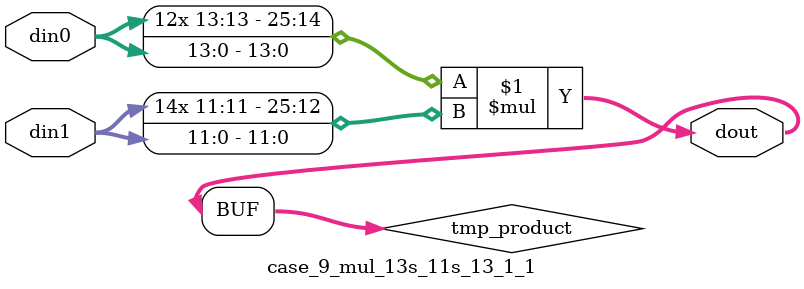
<source format=v>

`timescale 1 ns / 1 ps

 module case_9_mul_13s_11s_13_1_1(din0, din1, dout);
parameter ID = 1;
parameter NUM_STAGE = 0;
parameter din0_WIDTH = 14;
parameter din1_WIDTH = 12;
parameter dout_WIDTH = 26;

input [din0_WIDTH - 1 : 0] din0; 
input [din1_WIDTH - 1 : 0] din1; 
output [dout_WIDTH - 1 : 0] dout;

wire signed [dout_WIDTH - 1 : 0] tmp_product;



























assign tmp_product = $signed(din0) * $signed(din1);








assign dout = tmp_product;





















endmodule

</source>
